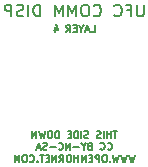
<source format=gbr>
G04 #@! TF.GenerationSoftware,KiCad,Pcbnew,(5.1.4)-1*
G04 #@! TF.CreationDate,2020-11-25T15:13:48-08:00*
G04 #@! TF.ProjectId,ufc_v4_comm_layer4,7566635f-7634-45f6-936f-6d6d5f6c6179,rev?*
G04 #@! TF.SameCoordinates,Original*
G04 #@! TF.FileFunction,Legend,Bot*
G04 #@! TF.FilePolarity,Positive*
%FSLAX46Y46*%
G04 Gerber Fmt 4.6, Leading zero omitted, Abs format (unit mm)*
G04 Created by KiCad (PCBNEW (5.1.4)-1) date 2020-11-25 15:13:48*
%MOMM*%
%LPD*%
G04 APERTURE LIST*
%ADD10C,0.150000*%
%ADD11C,0.200000*%
G04 APERTURE END LIST*
D10*
X178587857Y-63361428D02*
X178245000Y-63361428D01*
X178416428Y-63961428D02*
X178416428Y-63361428D01*
X178045000Y-63961428D02*
X178045000Y-63361428D01*
X178045000Y-63647142D02*
X177702142Y-63647142D01*
X177702142Y-63961428D02*
X177702142Y-63361428D01*
X177416428Y-63961428D02*
X177416428Y-63361428D01*
X177159285Y-63932857D02*
X177073571Y-63961428D01*
X176930714Y-63961428D01*
X176873571Y-63932857D01*
X176845000Y-63904285D01*
X176816428Y-63847142D01*
X176816428Y-63790000D01*
X176845000Y-63732857D01*
X176873571Y-63704285D01*
X176930714Y-63675714D01*
X177045000Y-63647142D01*
X177102142Y-63618571D01*
X177130714Y-63590000D01*
X177159285Y-63532857D01*
X177159285Y-63475714D01*
X177130714Y-63418571D01*
X177102142Y-63390000D01*
X177045000Y-63361428D01*
X176902142Y-63361428D01*
X176816428Y-63390000D01*
X176130714Y-63932857D02*
X176045000Y-63961428D01*
X175902142Y-63961428D01*
X175845000Y-63932857D01*
X175816428Y-63904285D01*
X175787857Y-63847142D01*
X175787857Y-63790000D01*
X175816428Y-63732857D01*
X175845000Y-63704285D01*
X175902142Y-63675714D01*
X176016428Y-63647142D01*
X176073571Y-63618571D01*
X176102142Y-63590000D01*
X176130714Y-63532857D01*
X176130714Y-63475714D01*
X176102142Y-63418571D01*
X176073571Y-63390000D01*
X176016428Y-63361428D01*
X175873571Y-63361428D01*
X175787857Y-63390000D01*
X175530714Y-63961428D02*
X175530714Y-63361428D01*
X175245000Y-63961428D02*
X175245000Y-63361428D01*
X175102142Y-63361428D01*
X175016428Y-63390000D01*
X174959285Y-63447142D01*
X174930714Y-63504285D01*
X174902142Y-63618571D01*
X174902142Y-63704285D01*
X174930714Y-63818571D01*
X174959285Y-63875714D01*
X175016428Y-63932857D01*
X175102142Y-63961428D01*
X175245000Y-63961428D01*
X174645000Y-63647142D02*
X174445000Y-63647142D01*
X174359285Y-63961428D02*
X174645000Y-63961428D01*
X174645000Y-63361428D01*
X174359285Y-63361428D01*
X173645000Y-63961428D02*
X173645000Y-63361428D01*
X173502142Y-63361428D01*
X173416428Y-63390000D01*
X173359285Y-63447142D01*
X173330714Y-63504285D01*
X173302142Y-63618571D01*
X173302142Y-63704285D01*
X173330714Y-63818571D01*
X173359285Y-63875714D01*
X173416428Y-63932857D01*
X173502142Y-63961428D01*
X173645000Y-63961428D01*
X172930714Y-63361428D02*
X172816428Y-63361428D01*
X172759285Y-63390000D01*
X172702142Y-63447142D01*
X172673571Y-63561428D01*
X172673571Y-63761428D01*
X172702142Y-63875714D01*
X172759285Y-63932857D01*
X172816428Y-63961428D01*
X172930714Y-63961428D01*
X172987857Y-63932857D01*
X173045000Y-63875714D01*
X173073571Y-63761428D01*
X173073571Y-63561428D01*
X173045000Y-63447142D01*
X172987857Y-63390000D01*
X172930714Y-63361428D01*
X172473571Y-63361428D02*
X172330714Y-63961428D01*
X172216428Y-63532857D01*
X172102142Y-63961428D01*
X171959285Y-63361428D01*
X171730714Y-63961428D02*
X171730714Y-63361428D01*
X171387857Y-63961428D01*
X171387857Y-63361428D01*
X176359285Y-54961428D02*
X176645000Y-54961428D01*
X176645000Y-54361428D01*
X176187857Y-54790000D02*
X175902142Y-54790000D01*
X176245000Y-54961428D02*
X176045000Y-54361428D01*
X175845000Y-54961428D01*
X175530714Y-54675714D02*
X175530714Y-54961428D01*
X175730714Y-54361428D02*
X175530714Y-54675714D01*
X175330714Y-54361428D01*
X175130714Y-54647142D02*
X174930714Y-54647142D01*
X174845000Y-54961428D02*
X175130714Y-54961428D01*
X175130714Y-54361428D01*
X174845000Y-54361428D01*
X174245000Y-54961428D02*
X174445000Y-54675714D01*
X174587857Y-54961428D02*
X174587857Y-54361428D01*
X174359285Y-54361428D01*
X174302142Y-54390000D01*
X174273571Y-54418571D01*
X174245000Y-54475714D01*
X174245000Y-54561428D01*
X174273571Y-54618571D01*
X174302142Y-54647142D01*
X174359285Y-54675714D01*
X174587857Y-54675714D01*
X173273571Y-54561428D02*
X173273571Y-54961428D01*
X173416428Y-54332857D02*
X173559285Y-54761428D01*
X173187857Y-54761428D01*
X177745000Y-64879285D02*
X177773571Y-64907857D01*
X177859285Y-64936428D01*
X177916428Y-64936428D01*
X178002142Y-64907857D01*
X178059285Y-64850714D01*
X178087857Y-64793571D01*
X178116428Y-64679285D01*
X178116428Y-64593571D01*
X178087857Y-64479285D01*
X178059285Y-64422142D01*
X178002142Y-64365000D01*
X177916428Y-64336428D01*
X177859285Y-64336428D01*
X177773571Y-64365000D01*
X177745000Y-64393571D01*
X177145000Y-64879285D02*
X177173571Y-64907857D01*
X177259285Y-64936428D01*
X177316428Y-64936428D01*
X177402142Y-64907857D01*
X177459285Y-64850714D01*
X177487857Y-64793571D01*
X177516428Y-64679285D01*
X177516428Y-64593571D01*
X177487857Y-64479285D01*
X177459285Y-64422142D01*
X177402142Y-64365000D01*
X177316428Y-64336428D01*
X177259285Y-64336428D01*
X177173571Y-64365000D01*
X177145000Y-64393571D01*
X176230714Y-64622142D02*
X176145000Y-64650714D01*
X176116428Y-64679285D01*
X176087857Y-64736428D01*
X176087857Y-64822142D01*
X176116428Y-64879285D01*
X176145000Y-64907857D01*
X176202142Y-64936428D01*
X176430714Y-64936428D01*
X176430714Y-64336428D01*
X176230714Y-64336428D01*
X176173571Y-64365000D01*
X176145000Y-64393571D01*
X176116428Y-64450714D01*
X176116428Y-64507857D01*
X176145000Y-64565000D01*
X176173571Y-64593571D01*
X176230714Y-64622142D01*
X176430714Y-64622142D01*
X175716428Y-64650714D02*
X175716428Y-64936428D01*
X175916428Y-64336428D02*
X175716428Y-64650714D01*
X175516428Y-64336428D01*
X175316428Y-64707857D02*
X174859285Y-64707857D01*
X174573571Y-64936428D02*
X174573571Y-64336428D01*
X174230714Y-64936428D01*
X174230714Y-64336428D01*
X173602142Y-64879285D02*
X173630714Y-64907857D01*
X173716428Y-64936428D01*
X173773571Y-64936428D01*
X173859285Y-64907857D01*
X173916428Y-64850714D01*
X173945000Y-64793571D01*
X173973571Y-64679285D01*
X173973571Y-64593571D01*
X173945000Y-64479285D01*
X173916428Y-64422142D01*
X173859285Y-64365000D01*
X173773571Y-64336428D01*
X173716428Y-64336428D01*
X173630714Y-64365000D01*
X173602142Y-64393571D01*
X173345000Y-64707857D02*
X172887857Y-64707857D01*
X172630714Y-64907857D02*
X172545000Y-64936428D01*
X172402142Y-64936428D01*
X172345000Y-64907857D01*
X172316428Y-64879285D01*
X172287857Y-64822142D01*
X172287857Y-64765000D01*
X172316428Y-64707857D01*
X172345000Y-64679285D01*
X172402142Y-64650714D01*
X172516428Y-64622142D01*
X172573571Y-64593571D01*
X172602142Y-64565000D01*
X172630714Y-64507857D01*
X172630714Y-64450714D01*
X172602142Y-64393571D01*
X172573571Y-64365000D01*
X172516428Y-64336428D01*
X172373571Y-64336428D01*
X172287857Y-64365000D01*
X172059285Y-64765000D02*
X171773571Y-64765000D01*
X172116428Y-64936428D02*
X171916428Y-64336428D01*
X171716428Y-64936428D01*
X180073571Y-65386428D02*
X179930714Y-65986428D01*
X179816428Y-65557857D01*
X179702142Y-65986428D01*
X179559285Y-65386428D01*
X179387857Y-65386428D02*
X179245000Y-65986428D01*
X179130714Y-65557857D01*
X179016428Y-65986428D01*
X178873571Y-65386428D01*
X178702142Y-65386428D02*
X178559285Y-65986428D01*
X178445000Y-65557857D01*
X178330714Y-65986428D01*
X178187857Y-65386428D01*
X177959285Y-65929285D02*
X177930714Y-65957857D01*
X177959285Y-65986428D01*
X177987857Y-65957857D01*
X177959285Y-65929285D01*
X177959285Y-65986428D01*
X177559285Y-65386428D02*
X177445000Y-65386428D01*
X177387857Y-65415000D01*
X177330714Y-65472142D01*
X177302142Y-65586428D01*
X177302142Y-65786428D01*
X177330714Y-65900714D01*
X177387857Y-65957857D01*
X177445000Y-65986428D01*
X177559285Y-65986428D01*
X177616428Y-65957857D01*
X177673571Y-65900714D01*
X177702142Y-65786428D01*
X177702142Y-65586428D01*
X177673571Y-65472142D01*
X177616428Y-65415000D01*
X177559285Y-65386428D01*
X177045000Y-65986428D02*
X177045000Y-65386428D01*
X176816428Y-65386428D01*
X176759285Y-65415000D01*
X176730714Y-65443571D01*
X176702142Y-65500714D01*
X176702142Y-65586428D01*
X176730714Y-65643571D01*
X176759285Y-65672142D01*
X176816428Y-65700714D01*
X177045000Y-65700714D01*
X176445000Y-65672142D02*
X176245000Y-65672142D01*
X176159285Y-65986428D02*
X176445000Y-65986428D01*
X176445000Y-65386428D01*
X176159285Y-65386428D01*
X175902142Y-65986428D02*
X175902142Y-65386428D01*
X175559285Y-65986428D01*
X175559285Y-65386428D01*
X175273571Y-65986428D02*
X175273571Y-65386428D01*
X175273571Y-65672142D02*
X174930714Y-65672142D01*
X174930714Y-65986428D02*
X174930714Y-65386428D01*
X174530714Y-65386428D02*
X174416428Y-65386428D01*
X174359285Y-65415000D01*
X174302142Y-65472142D01*
X174273571Y-65586428D01*
X174273571Y-65786428D01*
X174302142Y-65900714D01*
X174359285Y-65957857D01*
X174416428Y-65986428D01*
X174530714Y-65986428D01*
X174587857Y-65957857D01*
X174645000Y-65900714D01*
X174673571Y-65786428D01*
X174673571Y-65586428D01*
X174645000Y-65472142D01*
X174587857Y-65415000D01*
X174530714Y-65386428D01*
X173673571Y-65986428D02*
X173873571Y-65700714D01*
X174016428Y-65986428D02*
X174016428Y-65386428D01*
X173787857Y-65386428D01*
X173730714Y-65415000D01*
X173702142Y-65443571D01*
X173673571Y-65500714D01*
X173673571Y-65586428D01*
X173702142Y-65643571D01*
X173730714Y-65672142D01*
X173787857Y-65700714D01*
X174016428Y-65700714D01*
X173416428Y-65986428D02*
X173416428Y-65386428D01*
X173073571Y-65986428D01*
X173073571Y-65386428D01*
X172787857Y-65672142D02*
X172587857Y-65672142D01*
X172502142Y-65986428D02*
X172787857Y-65986428D01*
X172787857Y-65386428D01*
X172502142Y-65386428D01*
X172330714Y-65386428D02*
X171987857Y-65386428D01*
X172159285Y-65986428D02*
X172159285Y-65386428D01*
X171787857Y-65929285D02*
X171759285Y-65957857D01*
X171787857Y-65986428D01*
X171816428Y-65957857D01*
X171787857Y-65929285D01*
X171787857Y-65986428D01*
X171159285Y-65929285D02*
X171187857Y-65957857D01*
X171273571Y-65986428D01*
X171330714Y-65986428D01*
X171416428Y-65957857D01*
X171473571Y-65900714D01*
X171502142Y-65843571D01*
X171530714Y-65729285D01*
X171530714Y-65643571D01*
X171502142Y-65529285D01*
X171473571Y-65472142D01*
X171416428Y-65415000D01*
X171330714Y-65386428D01*
X171273571Y-65386428D01*
X171187857Y-65415000D01*
X171159285Y-65443571D01*
X170787857Y-65386428D02*
X170673571Y-65386428D01*
X170616428Y-65415000D01*
X170559285Y-65472142D01*
X170530714Y-65586428D01*
X170530714Y-65786428D01*
X170559285Y-65900714D01*
X170616428Y-65957857D01*
X170673571Y-65986428D01*
X170787857Y-65986428D01*
X170845000Y-65957857D01*
X170902142Y-65900714D01*
X170930714Y-65786428D01*
X170930714Y-65586428D01*
X170902142Y-65472142D01*
X170845000Y-65415000D01*
X170787857Y-65386428D01*
X170273571Y-65986428D02*
X170273571Y-65386428D01*
X170073571Y-65815000D01*
X169873571Y-65386428D01*
X169873571Y-65986428D01*
D11*
X180802142Y-52642380D02*
X180802142Y-53451904D01*
X180754523Y-53547142D01*
X180706904Y-53594761D01*
X180611666Y-53642380D01*
X180421190Y-53642380D01*
X180325952Y-53594761D01*
X180278333Y-53547142D01*
X180230714Y-53451904D01*
X180230714Y-52642380D01*
X179421190Y-53118571D02*
X179754523Y-53118571D01*
X179754523Y-53642380D02*
X179754523Y-52642380D01*
X179278333Y-52642380D01*
X178325952Y-53547142D02*
X178373571Y-53594761D01*
X178516428Y-53642380D01*
X178611666Y-53642380D01*
X178754523Y-53594761D01*
X178849761Y-53499523D01*
X178897380Y-53404285D01*
X178945000Y-53213809D01*
X178945000Y-53070952D01*
X178897380Y-52880476D01*
X178849761Y-52785238D01*
X178754523Y-52690000D01*
X178611666Y-52642380D01*
X178516428Y-52642380D01*
X178373571Y-52690000D01*
X178325952Y-52737619D01*
X176564047Y-53547142D02*
X176611666Y-53594761D01*
X176754523Y-53642380D01*
X176849761Y-53642380D01*
X176992619Y-53594761D01*
X177087857Y-53499523D01*
X177135476Y-53404285D01*
X177183095Y-53213809D01*
X177183095Y-53070952D01*
X177135476Y-52880476D01*
X177087857Y-52785238D01*
X176992619Y-52690000D01*
X176849761Y-52642380D01*
X176754523Y-52642380D01*
X176611666Y-52690000D01*
X176564047Y-52737619D01*
X175945000Y-52642380D02*
X175754523Y-52642380D01*
X175659285Y-52690000D01*
X175564047Y-52785238D01*
X175516428Y-52975714D01*
X175516428Y-53309047D01*
X175564047Y-53499523D01*
X175659285Y-53594761D01*
X175754523Y-53642380D01*
X175945000Y-53642380D01*
X176040238Y-53594761D01*
X176135476Y-53499523D01*
X176183095Y-53309047D01*
X176183095Y-52975714D01*
X176135476Y-52785238D01*
X176040238Y-52690000D01*
X175945000Y-52642380D01*
X175087857Y-53642380D02*
X175087857Y-52642380D01*
X174754523Y-53356666D01*
X174421190Y-52642380D01*
X174421190Y-53642380D01*
X173945000Y-53642380D02*
X173945000Y-52642380D01*
X173611666Y-53356666D01*
X173278333Y-52642380D01*
X173278333Y-53642380D01*
X172040238Y-53642380D02*
X172040238Y-52642380D01*
X171802142Y-52642380D01*
X171659285Y-52690000D01*
X171564047Y-52785238D01*
X171516428Y-52880476D01*
X171468809Y-53070952D01*
X171468809Y-53213809D01*
X171516428Y-53404285D01*
X171564047Y-53499523D01*
X171659285Y-53594761D01*
X171802142Y-53642380D01*
X172040238Y-53642380D01*
X171040238Y-53642380D02*
X171040238Y-52642380D01*
X170611666Y-53594761D02*
X170468809Y-53642380D01*
X170230714Y-53642380D01*
X170135476Y-53594761D01*
X170087857Y-53547142D01*
X170040238Y-53451904D01*
X170040238Y-53356666D01*
X170087857Y-53261428D01*
X170135476Y-53213809D01*
X170230714Y-53166190D01*
X170421190Y-53118571D01*
X170516428Y-53070952D01*
X170564047Y-53023333D01*
X170611666Y-52928095D01*
X170611666Y-52832857D01*
X170564047Y-52737619D01*
X170516428Y-52690000D01*
X170421190Y-52642380D01*
X170183095Y-52642380D01*
X170040238Y-52690000D01*
X169611666Y-53642380D02*
X169611666Y-52642380D01*
X169230714Y-52642380D01*
X169135476Y-52690000D01*
X169087857Y-52737619D01*
X169040238Y-52832857D01*
X169040238Y-52975714D01*
X169087857Y-53070952D01*
X169135476Y-53118571D01*
X169230714Y-53166190D01*
X169611666Y-53166190D01*
M02*

</source>
